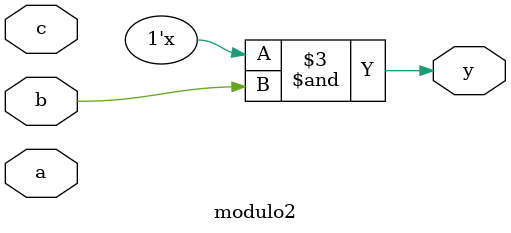
<source format=v>
`timescale 1ns / 1ps
module modulo2(
	 input wire a, b, c,
	 output reg y // se llama reg porque es la unica manera que y pueda estar a la izquierda de una asignacion no bloqueante
	// al ser reg, tiene la capacidad de poder almacenar un valor (el valor de a, b o c)
	 );
	 
	 always @*
		begin
			y <= a;
			y <= y & c;
			y <= y & b;
		end
		
endmodule

</source>
